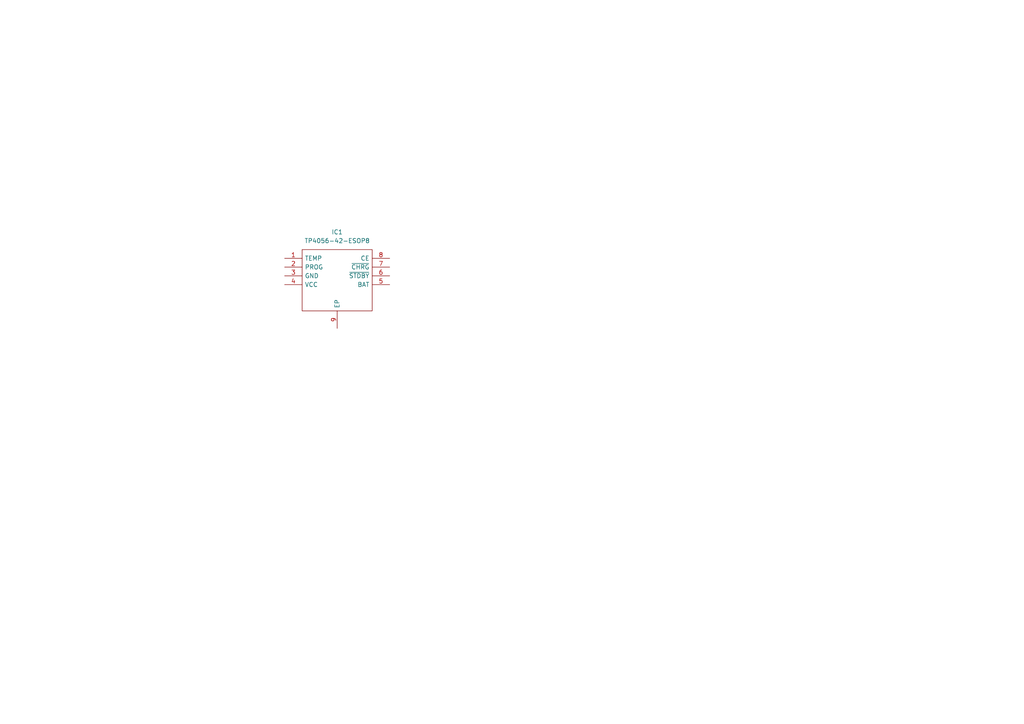
<source format=kicad_sch>
(kicad_sch (version 20230121) (generator eeschema)
  (paper "A4")
  (lib_symbols
    (symbol "TP4056-42-ESOP8:TP4056-42-ESOP8" (pin_names (offset 0.762))
      (property "Reference" "IC" (at 26.67 7.62 0))
      (property "Value" "TP4056-42-ESOP8" (at 26.67 5.08 0))
      (symbol "TP4056-42-ESOP8_0_0"
        (pin passive line (at 0 0 0) (length 5.08) (name "TEMP") (number "1"))
        (pin passive line (at 0 -2.54 0) (length 5.08) (name "PROG") (number "2"))
        (pin passive line (at 0 -5.08 0) (length 5.08) (name "GND") (number "3"))
        (pin passive line (at 0 -7.62 0) (length 5.08) (name "VCC") (number "4"))
        (pin passive line (at 30.48 -7.62 180) (length 5.08) (name "BAT") (number "5"))
        (pin passive line (at 30.48 -5.08 180) (length 5.08) (name "~{STDBY}") (number "6"))
        (pin passive line (at 30.48 -2.54 180) (length 5.08) (name "~{CHRG}") (number "7"))
        (pin passive line (at 30.48 0 180) (length 5.08) (name "CE") (number "8"))
        (pin passive line (at 15.24 -20.32 90) (length 5.08) (name "EP") (number "9"))
      )
      (symbol "TP4056-42-ESOP8_0_1"
        (polyline (pts (xy 5.08 2.54) (xy 25.4 2.54) (xy 25.4 -15.24) (xy 5.08 -15.24) (xy 5.08 2.54)) (stroke (width 0.1524)))
      )
    )
  )
  (symbol (lib_id "TP4056-42-ESOP8:TP4056-42-ESOP8") (at 82.55 74.93 0) (unit 1)
    (property "Reference" "IC1" (at 97.79 67.31 0))
    (property "Value" "TP4056-42-ESOP8" (at 97.79 69.85 0))
    (property "Footprint" "TP4056:SOIC127P600X175-9N" (effects hide))
    (property "Datasheet" "https://datasheet.lcsc.com/szlcsc/1906261508_Nanjing-Extension-Microelectronics-TP4056-42-ESOP8_C16581.pdf" (effects hide))
    (property "Description" "PMIC - Battery Management ESOP-8 RoHS" (effects hide))
    (property "Height" "1.75" (effects hide))
    (property "Manufacturer_Name" "Nanjing Extension Microelectronics" (effects hide))
    (property "Manufacturer_Part_Number" "TP4056-42-ESOP8" (effects hide))
  )
)
</source>
